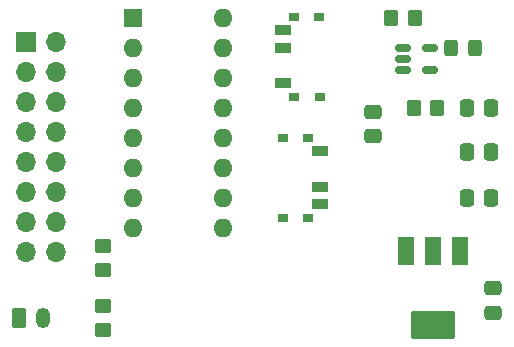
<source format=gbr>
%TF.GenerationSoftware,KiCad,Pcbnew,(7.0.0)*%
%TF.CreationDate,2024-04-03T23:31:09+02:00*%
%TF.ProjectId,p0wer EE3088,70307765-7220-4454-9533-3038382e6b69,rev?*%
%TF.SameCoordinates,Original*%
%TF.FileFunction,Soldermask,Top*%
%TF.FilePolarity,Negative*%
%FSLAX46Y46*%
G04 Gerber Fmt 4.6, Leading zero omitted, Abs format (unit mm)*
G04 Created by KiCad (PCBNEW (7.0.0)) date 2024-04-03 23:31:09*
%MOMM*%
%LPD*%
G01*
G04 APERTURE LIST*
G04 Aperture macros list*
%AMRoundRect*
0 Rectangle with rounded corners*
0 $1 Rounding radius*
0 $2 $3 $4 $5 $6 $7 $8 $9 X,Y pos of 4 corners*
0 Add a 4 corners polygon primitive as box body*
4,1,4,$2,$3,$4,$5,$6,$7,$8,$9,$2,$3,0*
0 Add four circle primitives for the rounded corners*
1,1,$1+$1,$2,$3*
1,1,$1+$1,$4,$5*
1,1,$1+$1,$6,$7*
1,1,$1+$1,$8,$9*
0 Add four rect primitives between the rounded corners*
20,1,$1+$1,$2,$3,$4,$5,0*
20,1,$1+$1,$4,$5,$6,$7,0*
20,1,$1+$1,$6,$7,$8,$9,0*
20,1,$1+$1,$8,$9,$2,$3,0*%
G04 Aperture macros list end*
%ADD10RoundRect,0.250000X-0.325000X-0.450000X0.325000X-0.450000X0.325000X0.450000X-0.325000X0.450000X0*%
%ADD11RoundRect,0.250000X0.450000X-0.350000X0.450000X0.350000X-0.450000X0.350000X-0.450000X-0.350000X0*%
%ADD12RoundRect,0.250000X0.350000X0.450000X-0.350000X0.450000X-0.350000X-0.450000X0.350000X-0.450000X0*%
%ADD13RoundRect,0.250000X-0.350000X-0.450000X0.350000X-0.450000X0.350000X0.450000X-0.350000X0.450000X0*%
%ADD14RoundRect,0.250000X-0.337500X-0.475000X0.337500X-0.475000X0.337500X0.475000X-0.337500X0.475000X0*%
%ADD15RoundRect,0.250000X-0.475000X0.337500X-0.475000X-0.337500X0.475000X-0.337500X0.475000X0.337500X0*%
%ADD16RoundRect,0.150000X-0.512500X-0.150000X0.512500X-0.150000X0.512500X0.150000X-0.512500X0.150000X0*%
%ADD17O,1.600000X1.600000*%
%ADD18R,1.600000X1.600000*%
%ADD19RoundRect,0.102000X-1.750000X1.100000X-1.750000X-1.100000X1.750000X-1.100000X1.750000X1.100000X0*%
%ADD20RoundRect,0.102000X-0.600000X1.100000X-0.600000X-1.100000X0.600000X-1.100000X0.600000X1.100000X0*%
%ADD21R,0.850000X0.750000*%
%ADD22R,1.400000X0.900000*%
%ADD23R,1.700000X1.700000*%
%ADD24O,1.700000X1.700000*%
%ADD25RoundRect,0.250000X-0.350000X-0.625000X0.350000X-0.625000X0.350000X0.625000X-0.350000X0.625000X0*%
%ADD26O,1.200000X1.750000*%
G04 APERTURE END LIST*
D10*
%TO.C,D1*%
X148835000Y-38100000D03*
X150885000Y-38100000D03*
%TD*%
D11*
%TO.C,R4*%
X119380000Y-61960000D03*
X119380000Y-59960000D03*
%TD*%
%TO.C,R3*%
X119380000Y-56880000D03*
X119380000Y-54880000D03*
%TD*%
D12*
%TO.C,R2*%
X147680000Y-43180000D03*
X145680000Y-43180000D03*
%TD*%
D13*
%TO.C,R1*%
X143780000Y-35560000D03*
X145780000Y-35560000D03*
%TD*%
D14*
%TO.C,C9*%
X150172500Y-43180000D03*
X152247500Y-43180000D03*
%TD*%
D15*
%TO.C,C8*%
X142240000Y-43492500D03*
X142240000Y-45567500D03*
%TD*%
D14*
%TO.C,C7*%
X150172500Y-46910000D03*
X152247500Y-46910000D03*
%TD*%
D15*
%TO.C,C2*%
X152400000Y-58447500D03*
X152400000Y-60522500D03*
%TD*%
D14*
%TO.C,C1*%
X150172500Y-50800000D03*
X152247500Y-50800000D03*
%TD*%
D16*
%TO.C,U3*%
X147055000Y-38100000D03*
X147055000Y-40000000D03*
X144780000Y-40000000D03*
X144780000Y-39050000D03*
X144780000Y-38100000D03*
%TD*%
D17*
%TO.C,U2*%
X129539999Y-35559999D03*
X129539999Y-38099999D03*
X129539999Y-40639999D03*
X129539999Y-43179999D03*
X129539999Y-45719999D03*
X129539999Y-48259999D03*
X129539999Y-50799999D03*
X129539999Y-53339999D03*
X121919999Y-53339999D03*
X121919999Y-50799999D03*
X121919999Y-48259999D03*
X121919999Y-45719999D03*
X121919999Y-43179999D03*
X121919999Y-40639999D03*
X121919999Y-38099999D03*
D18*
X121919999Y-35559999D03*
%TD*%
D19*
%TO.C,U1*%
X147320000Y-61520000D03*
D20*
X145020000Y-55320000D03*
X147320000Y-55320000D03*
X149620000Y-55320000D03*
%TD*%
D21*
%TO.C,SW3*%
X137711999Y-35474999D03*
X135586999Y-35474999D03*
X137736999Y-42224999D03*
X135586999Y-42224999D03*
D22*
X134619999Y-36599999D03*
X134619999Y-38099999D03*
X134619999Y-41099999D03*
%TD*%
D21*
%TO.C,SW1*%
X134644999Y-52469999D03*
X136769999Y-52469999D03*
X134619999Y-45719999D03*
X136769999Y-45719999D03*
D22*
X137736999Y-51344999D03*
X137736999Y-49844999D03*
X137736999Y-46844999D03*
%TD*%
D23*
%TO.C,J2*%
X112879999Y-37609999D03*
D24*
X115419999Y-37609999D03*
X112879999Y-40149999D03*
X115419999Y-40149999D03*
X112879999Y-42689999D03*
X115419999Y-42689999D03*
X112879999Y-45229999D03*
X115419999Y-45229999D03*
X112879999Y-47769999D03*
X115419999Y-47769999D03*
X112879999Y-50309999D03*
X115419999Y-50309999D03*
X112879999Y-52849999D03*
X115419999Y-52849999D03*
X112879999Y-55389999D03*
X115419999Y-55389999D03*
%TD*%
D25*
%TO.C,J1*%
X112300000Y-60960000D03*
D26*
X114299999Y-60959999D03*
%TD*%
M02*

</source>
